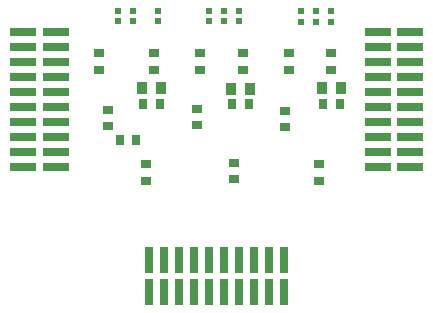
<source format=gbp>
G04 #@! TF.FileFunction,Paste,Bot*
%FSLAX46Y46*%
G04 Gerber Fmt 4.6, Leading zero omitted, Abs format (unit mm)*
G04 Created by KiCad (PCBNEW 4.0.2+e4-6225~38~ubuntu14.04.1-stable) date Tue 28 Jun 2016 16:34:31 BST*
%MOMM*%
G01*
G04 APERTURE LIST*
%ADD10C,0.100000*%
%ADD11R,2.220000X0.740000*%
%ADD12R,0.740000X2.220000*%
%ADD13R,0.900000X0.750000*%
%ADD14R,0.750000X0.900000*%
%ADD15R,0.950000X1.000000*%
%ADD16R,0.620000X0.620000*%
G04 APERTURE END LIST*
D10*
D11*
X83635000Y-94285000D03*
X86365000Y-94285000D03*
X83635000Y-95555000D03*
X86365000Y-95555000D03*
X83635000Y-96825000D03*
X86365000Y-96825000D03*
X83635000Y-98095000D03*
X86365000Y-98095000D03*
X83635000Y-99365000D03*
X86365000Y-99365000D03*
X83635000Y-100635000D03*
X86365000Y-100635000D03*
X83635000Y-101905000D03*
X86365000Y-101905000D03*
X83635000Y-103175000D03*
X86365000Y-103175000D03*
X83635000Y-104445000D03*
X86365000Y-104445000D03*
X83635000Y-105715000D03*
X86365000Y-105715000D03*
X113635000Y-94285000D03*
X116365000Y-94285000D03*
X113635000Y-95555000D03*
X116365000Y-95555000D03*
X113635000Y-96825000D03*
X116365000Y-96825000D03*
X113635000Y-98095000D03*
X116365000Y-98095000D03*
X113635000Y-99365000D03*
X116365000Y-99365000D03*
X113635000Y-100635000D03*
X116365000Y-100635000D03*
X113635000Y-101905000D03*
X116365000Y-101905000D03*
X113635000Y-103175000D03*
X116365000Y-103175000D03*
X113635000Y-104445000D03*
X116365000Y-104445000D03*
X113635000Y-105715000D03*
X116365000Y-105715000D03*
D12*
X94285000Y-116365000D03*
X94285000Y-113635000D03*
X95555000Y-116365000D03*
X95555000Y-113635000D03*
X96825000Y-116365000D03*
X96825000Y-113635000D03*
X98095000Y-116365000D03*
X98095000Y-113635000D03*
X99365000Y-116365000D03*
X99365000Y-113635000D03*
X100635000Y-116365000D03*
X100635000Y-113635000D03*
X101905000Y-116365000D03*
X101905000Y-113635000D03*
X103175000Y-116365000D03*
X103175000Y-113635000D03*
X104445000Y-116365000D03*
X104445000Y-113635000D03*
X105715000Y-116365000D03*
X105715000Y-113635000D03*
D13*
X102200000Y-96100000D03*
X102200000Y-97500000D03*
X94700000Y-96100000D03*
X94700000Y-97500000D03*
X109700000Y-96100000D03*
X109700000Y-97500000D03*
D14*
X93800000Y-100400000D03*
X95200000Y-100400000D03*
D13*
X90000000Y-97500000D03*
X90000000Y-96100000D03*
X98600000Y-97500000D03*
X98600000Y-96100000D03*
X98300000Y-100800000D03*
X98300000Y-102200000D03*
D14*
X109000000Y-100400000D03*
X110400000Y-100400000D03*
D13*
X90800000Y-100900000D03*
X90800000Y-102300000D03*
X101500000Y-105400000D03*
X101500000Y-106800000D03*
X105800000Y-101000000D03*
X105800000Y-102400000D03*
D14*
X101300000Y-100450000D03*
X102700000Y-100450000D03*
X91800000Y-103500000D03*
X93200000Y-103500000D03*
D13*
X106100000Y-97500000D03*
X106100000Y-96100000D03*
X108700000Y-105500000D03*
X108700000Y-106900000D03*
X94000000Y-105500000D03*
X94000000Y-106900000D03*
D15*
X95300000Y-99100000D03*
X93700000Y-99100000D03*
X110499999Y-99100000D03*
X108899999Y-99100000D03*
X102800000Y-99150000D03*
X101200000Y-99150000D03*
D16*
X91600000Y-93400000D03*
X91600000Y-92500000D03*
X92900000Y-93400000D03*
X92900000Y-92500000D03*
X101900000Y-93400000D03*
X101900000Y-92500000D03*
X99350000Y-93400000D03*
X99350000Y-92500000D03*
X100650000Y-93400000D03*
X100650000Y-92500000D03*
X95050000Y-93400000D03*
X95050000Y-92500000D03*
X107100000Y-93450000D03*
X107100000Y-92550000D03*
X108400000Y-93450000D03*
X108400000Y-92550000D03*
X109650000Y-93450000D03*
X109650000Y-92550000D03*
M02*

</source>
